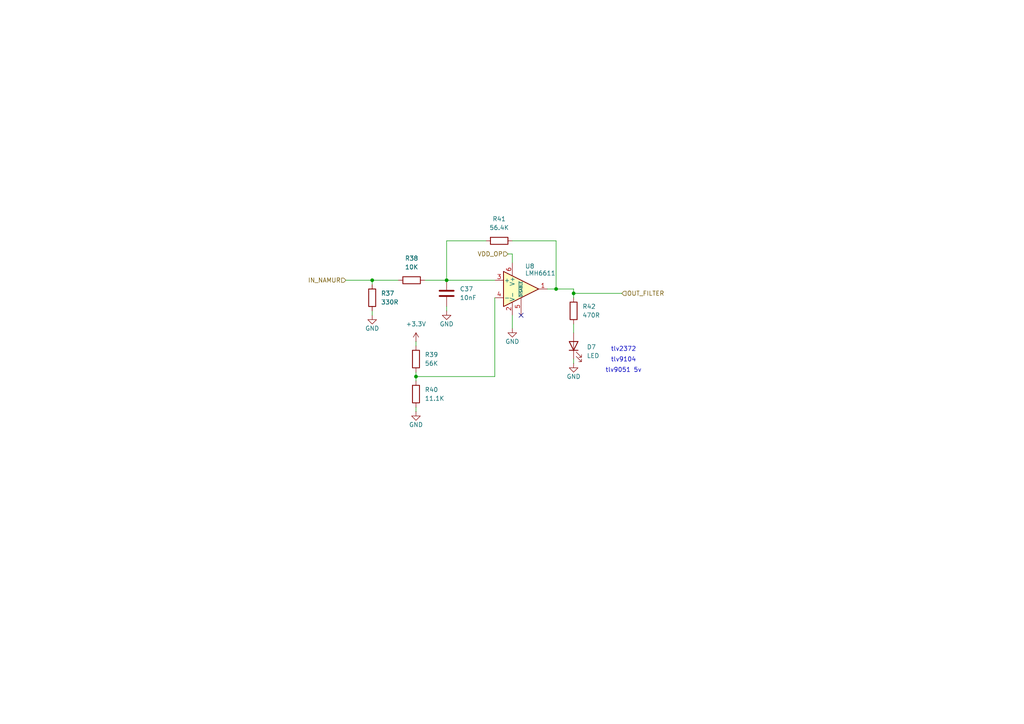
<source format=kicad_sch>
(kicad_sch (version 20250114) (generator "eeschema") (generator_version "9.0")
  (paper "A4")
  (lib_symbols
    (symbol "1-Resistor:R" (pin_numbers (hide yes)) (pin_names (offset 0))
      (property "Reference" "R" (at 2.032 0 90))
      (property "Value" "R" (at 0 0 90))
      (symbol "R_0_1"
        (rectangle (start -1.016 -2.54) (end 1.016 2.54) (stroke (width 0.254)))
      )
      (symbol "R_1_1"
        (pin passive line (at 0 3.81 270) (length 1.27) (name "~") (number "1"))
        (pin passive line (at 0 -3.81 90) (length 1.27) (name "~") (number "2"))
      )
    )
    (symbol "Amplifier_Operational:LMH6611" (pin_names (offset 0.127))
      (property "Reference" "U" (at 2.54 3.81 0))
      (property "Value" "LMH6611" (at 2.54 -3.81 0))
      (symbol "LMH6611_0_1"
        (polyline (pts (xy -5.08 5.08) (xy 5.08 0) (xy -5.08 -5.08) (xy -5.08 5.08)) (stroke (width 0.254)) (fill (type background)))
      )
      (symbol "LMH6611_1_1"
        (pin input line (at -7.62 2.54 0) (length 2.54) (name "+") (number "3"))
        (pin input line (at -7.62 -2.54 0) (length 2.54) (name "-") (number "4"))
        (pin power_in line (at -2.54 7.62 270) (length 3.81) (name "V+") (number "6"))
        (pin power_in line (at -2.54 -7.62 90) (length 3.81) (name "V-") (number "2"))
        (pin input line (at 0 -7.62 90) (length 5.08) (name "~{DISABLE}") (number "5"))
        (pin output line (at 7.62 0 180) (length 2.54) (name "~") (number "1"))
      )
    )
    (symbol "Device:C" (pin_numbers (hide yes)) (pin_names (offset 0.254))
      (property "Reference" "C" (at 0.635 2.54 0))
      (property "Value" "C" (at 0.635 -2.54 0))
      (symbol "C_0_1"
        (polyline (pts (xy -2.032 0.762) (xy 2.032 0.762)) (stroke (width 0.508)))
        (polyline (pts (xy -2.032 -0.762) (xy 2.032 -0.762)) (stroke (width 0.508)))
      )
      (symbol "C_1_1"
        (pin passive line (at 0 3.81 270) (length 2.794) (name "~") (number "1"))
        (pin passive line (at 0 -3.81 90) (length 2.794) (name "~") (number "2"))
      )
    )
    (symbol "Device:LED" (pin_numbers (hide yes)) (pin_names (offset 1.016) (hide yes))
      (property "Reference" "D" (at 0 2.54 0))
      (property "Value" "LED" (at 0 -2.54 0))
      (symbol "LED_0_1"
        (polyline (pts (xy -3.048 -0.762) (xy -4.572 -2.286) (xy -3.81 -2.286) (xy -4.572 -2.286) (xy -4.572 -1.524)))
        (polyline (pts (xy -1.778 -0.762) (xy -3.302 -2.286) (xy -2.54 -2.286) (xy -3.302 -2.286) (xy -3.302 -1.524)))
        (polyline (pts (xy -1.27 0) (xy 1.27 0)))
        (polyline (pts (xy -1.27 -1.27) (xy -1.27 1.27)) (stroke (width 0.254)))
        (polyline (pts (xy 1.27 -1.27) (xy 1.27 1.27) (xy -1.27 0) (xy 1.27 -1.27)) (stroke (width 0.254)))
      )
      (symbol "LED_1_1"
        (pin passive line (at -3.81 0 0) (length 2.54) (name "K") (number "1"))
        (pin passive line (at 3.81 0 180) (length 2.54) (name "A") (number "2"))
      )
    )
    (symbol "power:+3.3V" (power) (pin_numbers (hide yes)) (pin_names (offset 0) (hide yes))
      (property "Value" "+3.3V" (at 0 3.556 0))
      (symbol "+3.3V_0_1"
        (polyline (pts (xy -0.762 1.27) (xy 0 2.54)))
        (polyline (pts (xy 0 2.54) (xy 0.762 1.27)))
        (polyline (pts (xy 0 0) (xy 0 2.54)))
      )
      (symbol "+3.3V_1_1"
        (pin power_in line (at 0 0 90) (length 0) (name "~") (number "1"))
      )
    )
    (symbol "power:GND" (power) (pin_numbers (hide yes)) (pin_names (offset 0) (hide yes))
      (property "Value" "GND" (at 0 -3.81 0))
      (symbol "GND_0_1"
        (polyline (pts (xy 0 0) (xy 0 -1.27) (xy 1.27 -1.27) (xy 0 -2.54) (xy -1.27 -1.27) (xy 0 -1.27)))
      )
      (symbol "GND_1_1"
        (pin power_in line (at 0 0 270) (length 0) (name "~") (number "1"))
      )
    )
  )
  (text "tlv9104" (at 180.848 104.394 0) (effects (font (size 1.27 1.27))))
  (text "tlv2372" (at 180.848 101.346 0) (effects (font (size 1.27 1.27))))
  (text "tlv9051 5v" (at 180.848 107.442 0) (effects (font (size 1.27 1.27))))
  (junction (at 107.95 81.28))
  (junction (at 166.37 85.09))
  (junction (at 120.65 109.22))
  (junction (at 161.29 83.82))
  (junction (at 129.54 81.28))
  (no_connect (at 151.13 91.44))
  (wire (pts (xy 129.54 69.85) (xy 129.54 81.28)))
  (wire (pts (xy 107.95 81.28) (xy 115.57 81.28)))
  (wire (pts (xy 148.59 91.44) (xy 148.59 95.25)))
  (wire (pts (xy 107.95 82.55) (xy 107.95 81.28)))
  (wire (pts (xy 166.37 85.09) (xy 180.34 85.09)))
  (wire (pts (xy 100.33 81.28) (xy 107.95 81.28)))
  (wire (pts (xy 120.65 107.95) (xy 120.65 109.22)))
  (wire (pts (xy 140.97 69.85) (xy 129.54 69.85)))
  (wire (pts (xy 166.37 85.09) (xy 166.37 86.36)))
  (wire (pts (xy 143.51 86.36) (xy 143.51 109.22)))
  (wire (pts (xy 161.29 83.82) (xy 158.75 83.82)))
  (wire (pts (xy 129.54 88.9) (xy 129.54 90.17)))
  (wire (pts (xy 120.65 118.11) (xy 120.65 119.38)))
  (wire (pts (xy 148.59 73.66) (xy 148.59 76.2)))
  (wire (pts (xy 107.95 90.17) (xy 107.95 91.44)))
  (wire (pts (xy 120.65 109.22) (xy 143.51 109.22)))
  (wire (pts (xy 161.29 69.85) (xy 161.29 83.82)))
  (wire (pts (xy 161.29 83.82) (xy 166.37 83.82)))
  (wire (pts (xy 120.65 99.06) (xy 120.65 100.33)))
  (wire (pts (xy 120.65 109.22) (xy 120.65 110.49)))
  (wire (pts (xy 147.32 73.66) (xy 148.59 73.66)))
  (wire (pts (xy 129.54 81.28) (xy 123.19 81.28)))
  (wire (pts (xy 166.37 104.14) (xy 166.37 105.41)))
  (wire (pts (xy 129.54 81.28) (xy 143.51 81.28)))
  (wire (pts (xy 166.37 85.09) (xy 166.37 83.82)))
  (wire (pts (xy 166.37 93.98) (xy 166.37 96.52)))
  (wire (pts (xy 148.59 69.85) (xy 161.29 69.85)))
  (hierarchical_label "OUT_FILTER" (shape input) (at 180.34 85.09 0))
  (hierarchical_label "IN_NAMUR" (shape input) (at 100.33 81.28 180))
  (hierarchical_label "VDD_OP" (shape input) (at 147.32 73.66 180))
  (symbol (lib_id "Device:C") (at 129.54 85.09 0) (unit 1)
    (property "Reference" "C37" (at 133.35 83.8199 0) (effects (justify left)))
    (property "Value" "10nF" (at 133.35 86.3599 0) (effects (justify left)))
    (property "Description" "Unpolarized capacitor" (effects (hide yes)))
  )
  (symbol (lib_id "Device:LED") (at 166.37 100.33 90) (unit 1)
    (property "Reference" "D7" (at 170.18 100.6474 90) (effects (justify right)))
    (property "Value" "LED" (at 170.18 103.1874 90) (effects (justify right)))
    (property "Description" "Light emitting diode" (effects (hide yes)))
    (property "Sim.Pins" "1=K 2=A" (effects (hide yes)))
  )
  (symbol (lib_id "1-Resistor:R") (at 120.65 114.3 0) (unit 1)
    (property "Reference" "R40" (at 123.19 113.0299 0) (effects (justify left)))
    (property "Value" "11.1K" (at 123.19 115.5699 0) (effects (justify left)))
    (property "Description" "Resistor" (effects (hide yes)))
  )
  (symbol (lib_id "Amplifier_Operational:LMH6611") (at 151.13 83.82 0) (unit 1)
    (property "Reference" "U8" (at 153.67 77.216 0))
    (property "Value" "LMH6611" (at 156.718 79.248 0))
    (property "Footprint" "Package_TO_SOT_SMD:TSOT-23-6" (effects (hide yes)))
    (property "Datasheet" "http://www.ti.com/lit/ds/symlink/lmh6612.pdf" (effects (hide yes)))
    (property "Description" "Single Supply, 345 MHz, Rail-to-Rail Output, Amplifier, TSOT-23-6" (effects (hide yes)))
  )
  (symbol (lib_id "power:GND") (at 107.95 91.44 0) (unit 1)
    (property "Reference" "#PWR032" (effects (hide yes)))
    (property "Value" "GND" (at 107.95 95.25 0))
    (property "Description" "Power symbol creates a global label with name \"GND\" , ground" (effects (hide yes)))
  )
  (symbol (lib_id "power:GND") (at 129.54 90.17 0) (unit 1)
    (property "Reference" "#PWR036" (effects (hide yes)))
    (property "Value" "GND" (at 129.54 93.98 0))
    (property "Description" "Power symbol creates a global label with name \"GND\" , ground" (effects (hide yes)))
  )
  (symbol (lib_id "1-Resistor:R") (at 107.95 86.36 0) (unit 1)
    (property "Reference" "R37" (at 110.49 85.0899 0) (effects (justify left)))
    (property "Value" "330R" (at 110.49 87.6299 0) (effects (justify left)))
    (property "Description" "Resistor" (effects (hide yes)))
  )
  (symbol (lib_id "1-Resistor:R") (at 144.78 69.85 90) (unit 1)
    (property "Reference" "R41" (at 144.78 63.5 90))
    (property "Value" "56.4K" (at 144.78 66.04 90))
    (property "Description" "Resistor" (effects (hide yes)))
  )
  (symbol (lib_id "power:+3.3V") (at 120.65 99.06 0) (unit 1)
    (property "Reference" "#PWR033" (effects (hide yes)))
    (property "Value" "+3.3V" (at 120.65 93.98 0))
    (property "Description" "Power symbol creates a global label with name \"+3.3V\"" (effects (hide yes)))
  )
  (symbol (lib_id "1-Resistor:R") (at 120.65 104.14 0) (unit 1)
    (property "Reference" "R39" (at 123.19 102.8699 0) (effects (justify left)))
    (property "Value" "56K" (at 123.19 105.4099 0) (effects (justify left)))
    (property "Description" "Resistor" (effects (hide yes)))
  )
  (symbol (lib_id "power:GND") (at 120.65 119.38 0) (unit 1)
    (property "Reference" "#PWR035" (effects (hide yes)))
    (property "Value" "GND" (at 120.65 123.19 0))
    (property "Description" "Power symbol creates a global label with name \"GND\" , ground" (effects (hide yes)))
  )
  (symbol (lib_id "power:GND") (at 166.37 105.41 0) (unit 1)
    (property "Reference" "#PWR037" (effects (hide yes)))
    (property "Value" "GND" (at 166.37 109.22 0))
    (property "Description" "Power symbol creates a global label with name \"GND\" , ground" (effects (hide yes)))
  )
  (symbol (lib_id "1-Resistor:R") (at 119.38 81.28 90) (unit 1)
    (property "Reference" "R38" (at 119.38 74.93 90))
    (property "Value" "10K" (at 119.38 77.47 90))
    (property "Description" "Resistor" (effects (hide yes)))
  )
  (symbol (lib_id "1-Resistor:R") (at 166.37 90.17 0) (unit 1)
    (property "Reference" "R42" (at 168.91 88.8999 0) (effects (justify left)))
    (property "Value" "470R" (at 168.91 91.4399 0) (effects (justify left)))
    (property "Description" "Resistor" (effects (hide yes)))
  )
  (symbol (lib_id "power:GND") (at 148.59 95.25 0) (unit 1)
    (property "Reference" "#PWR01" (effects (hide yes)))
    (property "Value" "GND" (at 148.59 99.06 0))
    (property "Description" "Power symbol creates a global label with name \"GND\" , ground" (effects (hide yes)))
  )
)
</source>
